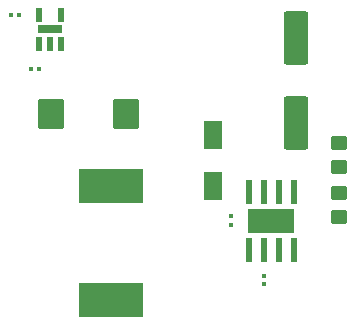
<source format=gbr>
%TF.GenerationSoftware,KiCad,Pcbnew,(7.0.0)*%
%TF.CreationDate,2023-03-07T20:41:21-05:00*%
%TF.ProjectId,Power Distribution Board,506f7765-7220-4446-9973-747269627574,rev?*%
%TF.SameCoordinates,Original*%
%TF.FileFunction,Paste,Top*%
%TF.FilePolarity,Positive*%
%FSLAX46Y46*%
G04 Gerber Fmt 4.6, Leading zero omitted, Abs format (unit mm)*
G04 Created by KiCad (PCBNEW (7.0.0)) date 2023-03-07 20:41:21*
%MOMM*%
%LPD*%
G01*
G04 APERTURE LIST*
G04 Aperture macros list*
%AMRoundRect*
0 Rectangle with rounded corners*
0 $1 Rounding radius*
0 $2 $3 $4 $5 $6 $7 $8 $9 X,Y pos of 4 corners*
0 Add a 4 corners polygon primitive as box body*
4,1,4,$2,$3,$4,$5,$6,$7,$8,$9,$2,$3,0*
0 Add four circle primitives for the rounded corners*
1,1,$1+$1,$2,$3*
1,1,$1+$1,$4,$5*
1,1,$1+$1,$6,$7*
1,1,$1+$1,$8,$9*
0 Add four rect primitives between the rounded corners*
20,1,$1+$1,$2,$3,$4,$5,0*
20,1,$1+$1,$4,$5,$6,$7,0*
20,1,$1+$1,$6,$7,$8,$9,0*
20,1,$1+$1,$8,$9,$2,$3,0*%
G04 Aperture macros list end*
%ADD10RoundRect,0.088500X0.206500X-0.516500X0.206500X0.516500X-0.206500X0.516500X-0.206500X-0.516500X0*%
%ADD11R,2.000000X0.750000*%
%ADD12R,5.400000X2.900000*%
%ADD13RoundRect,0.041300X0.253700X-0.943700X0.253700X0.943700X-0.253700X0.943700X-0.253700X-0.943700X0*%
%ADD14R,4.000000X2.000000*%
%ADD15RoundRect,0.250000X-0.450000X0.350000X-0.450000X-0.350000X0.450000X-0.350000X0.450000X0.350000X0*%
%ADD16R,1.550000X2.330000*%
%ADD17RoundRect,0.067500X0.137500X0.067500X-0.137500X0.067500X-0.137500X-0.067500X0.137500X-0.067500X0*%
%ADD18RoundRect,0.067500X-0.137500X-0.067500X0.137500X-0.067500X0.137500X0.067500X-0.137500X0.067500X0*%
%ADD19RoundRect,0.067500X0.067500X-0.137500X0.067500X0.137500X-0.067500X0.137500X-0.067500X-0.137500X0*%
%ADD20RoundRect,0.067500X-0.067500X0.137500X-0.067500X-0.137500X0.067500X-0.137500X0.067500X0.137500X0*%
%ADD21RoundRect,0.250000X-0.875000X-1.025000X0.875000X-1.025000X0.875000X1.025000X-0.875000X1.025000X0*%
%ADD22RoundRect,0.250001X0.799999X-1.999999X0.799999X1.999999X-0.799999X1.999999X-0.799999X-1.999999X0*%
G04 APERTURE END LIST*
D10*
%TO.C,U2*%
X133350000Y-65500000D03*
X134300000Y-65500000D03*
D11*
X134299999Y-64244999D03*
D10*
X135250000Y-65500000D03*
X135250000Y-62990000D03*
X133350000Y-62990000D03*
%TD*%
D12*
%TO.C,L1*%
X139445999Y-87169999D03*
X139445999Y-77469999D03*
%TD*%
D13*
%TO.C,U1*%
X151130000Y-77978000D03*
X152400000Y-77978000D03*
X153670000Y-77978000D03*
D14*
X153034999Y-80452999D03*
D13*
X154940000Y-77978000D03*
X154940000Y-82928000D03*
X153670000Y-82928000D03*
X152400000Y-82928000D03*
X151130000Y-82928000D03*
%TD*%
D15*
%TO.C,R2*%
X158750000Y-78105000D03*
X158750000Y-80105000D03*
%TD*%
%TO.C,R1*%
X158750000Y-73870000D03*
X158750000Y-75870000D03*
%TD*%
D16*
%TO.C,D1*%
X148103999Y-73202499D03*
X148103999Y-77472499D03*
%TD*%
D17*
%TO.C,C_IN4*%
X131699000Y-62992000D03*
X130974000Y-62992000D03*
%TD*%
D18*
%TO.C,C_IN3*%
X132647500Y-67564000D03*
X133372500Y-67564000D03*
%TD*%
D19*
%TO.C,C_IN2*%
X149606000Y-80087500D03*
X149606000Y-80812500D03*
%TD*%
D20*
%TO.C,C_IN1*%
X152400000Y-85090000D03*
X152400000Y-85815000D03*
%TD*%
D21*
%TO.C,C2*%
X140741000Y-71374000D03*
X134341000Y-71374000D03*
%TD*%
D22*
%TO.C,C1*%
X155090000Y-65000000D03*
X155090000Y-72200000D03*
%TD*%
M02*

</source>
